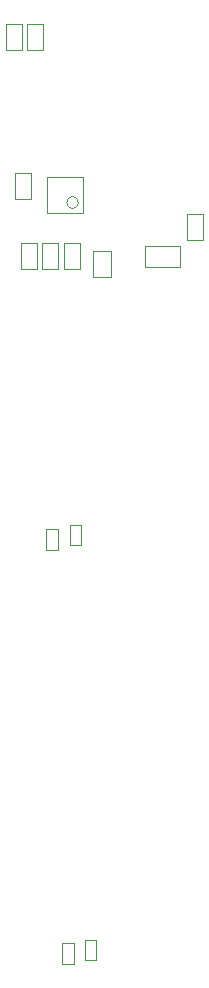
<source format=gbr>
%TF.GenerationSoftware,Altium Limited,Altium Designer,19.1.6 (110)*%
G04 Layer_Color=32896*
%FSLAX26Y26*%
%MOIN*%
%TF.FileFunction,Other,M12-Top_3D_Body*%
%TF.Part,Single*%
G01*
G75*
%TA.AperFunction,NonConductor*%
%ADD55C,0.003937*%
D55*
X76275Y887409D02*
G03*
X76275Y887409I-19685J0D01*
G01*
X98299Y-1569551D02*
X135701D01*
X98299Y-1638449D02*
X135701D01*
X98299D02*
Y-1569551D01*
X135701Y-1638449D02*
Y-1569551D01*
X22102Y-1650449D02*
Y-1581551D01*
X59898Y-1650449D02*
Y-1581551D01*
X22102D02*
X59898D01*
X22102Y-1650449D02*
X59898D01*
X82575Y664693D02*
Y751307D01*
X29425Y664693D02*
Y751307D01*
Y664693D02*
X82575D01*
X29425Y751307D02*
X82575D01*
X183543Y637693D02*
Y724307D01*
X126457Y637693D02*
Y724307D01*
Y637693D02*
X183543D01*
X126457Y724307D02*
X183543D01*
X7575Y664693D02*
Y751307D01*
X-45575Y664693D02*
Y751307D01*
Y664693D02*
X7575D01*
X-45575Y751307D02*
X7575D01*
X-62425Y664693D02*
Y751307D01*
X-115575Y664693D02*
Y751307D01*
Y664693D02*
X-62425D01*
X-115575Y751307D02*
X-62425D01*
X-82425Y899693D02*
Y986307D01*
X-135575Y899693D02*
Y986307D01*
Y899693D02*
X-82425D01*
X-135575Y986307D02*
X-82425D01*
X-30024Y851976D02*
Y974024D01*
X92024Y851976D02*
Y974024D01*
X-30024D02*
X92024D01*
X-30024Y851976D02*
X92024D01*
X439425Y763693D02*
Y850307D01*
X492575Y763693D02*
Y850307D01*
X439425D02*
X492575D01*
X439425Y763693D02*
X492575D01*
X296945Y742449D02*
X415055D01*
X296945Y673551D02*
X415055D01*
X296945D02*
Y742449D01*
X415055Y673551D02*
Y742449D01*
X-43425Y1396693D02*
Y1483307D01*
X-96575Y1396693D02*
Y1483307D01*
Y1396693D02*
X-43425D01*
X-96575Y1483307D02*
X-43425D01*
X-113425Y1396693D02*
Y1483307D01*
X-166575Y1396693D02*
Y1483307D01*
Y1396693D02*
X-113425D01*
X-166575Y1483307D02*
X-113425D01*
X48299Y-186551D02*
X85701D01*
X48299Y-255449D02*
X85701D01*
X48299D02*
Y-186551D01*
X85701Y-255449D02*
Y-186551D01*
X-30898Y-269449D02*
Y-200551D01*
X6898Y-269449D02*
Y-200551D01*
X-30898D02*
X6898D01*
X-30898Y-269449D02*
X6898D01*
%TF.MD5,ed06613f24241934427f4fca3876bdd1*%
M02*

</source>
